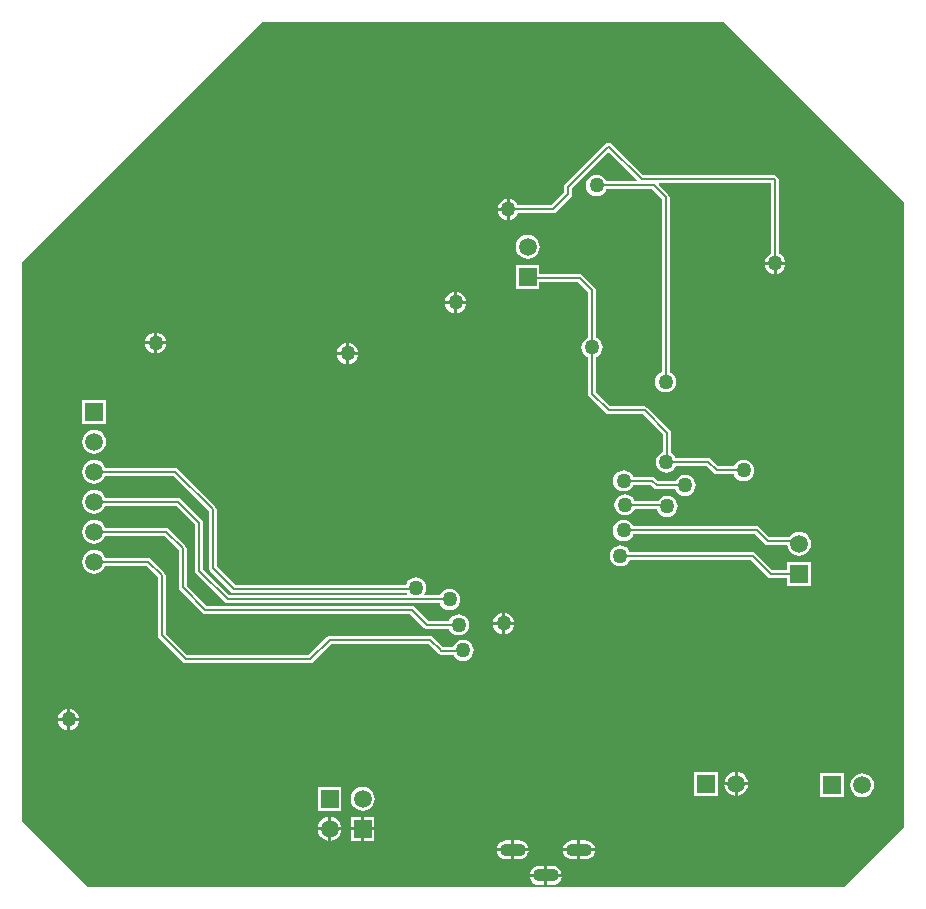
<source format=gbl>
G04*
G04 #@! TF.GenerationSoftware,Altium Limited,Altium Designer,20.1.14 (287)*
G04*
G04 Layer_Physical_Order=2*
G04 Layer_Color=16711680*
%FSLAX44Y44*%
%MOMM*%
G71*
G04*
G04 #@! TF.SameCoordinates,0151AA7F-9923-44C8-ACC0-2CDA610C712D*
G04*
G04*
G04 #@! TF.FilePolarity,Positive*
G04*
G01*
G75*
%ADD15C,0.1500*%
%ADD43R,1.5000X1.5000*%
%ADD44C,1.5000*%
%ADD45R,1.5000X1.5000*%
%ADD46O,2.2000X1.1000*%
%ADD47C,1.2700*%
G36*
X1090930Y857250D02*
X1090930Y327660D01*
X1040130Y276860D01*
X400050Y276860D01*
X344170Y332740D01*
X344170Y806450D01*
X547370Y1009650D01*
X938530Y1009650D01*
X1090930Y857250D01*
D02*
G37*
%LPC*%
G36*
X841361Y906973D02*
X840119D01*
X838835Y906718D01*
X837747Y905991D01*
X804078Y872322D01*
X803351Y871234D01*
X803095Y869950D01*
Y864989D01*
X792361Y854255D01*
X763883D01*
X763415Y855383D01*
X761990Y857240D01*
X760133Y858665D01*
X757971Y859561D01*
X756920Y859699D01*
Y850900D01*
Y842101D01*
X757971Y842239D01*
X760133Y843135D01*
X761990Y844560D01*
X763415Y846417D01*
X763883Y847545D01*
X793750D01*
X795034Y847801D01*
X796122Y848528D01*
X808822Y861228D01*
X809549Y862316D01*
X809805Y863600D01*
Y868560D01*
X840740Y899496D01*
X864488Y875748D01*
X864002Y874575D01*
X838813D01*
X838345Y875703D01*
X836920Y877560D01*
X835063Y878985D01*
X832901Y879881D01*
X830580Y880187D01*
X828259Y879881D01*
X826097Y878985D01*
X824240Y877560D01*
X822815Y875703D01*
X821919Y873541D01*
X821613Y871220D01*
X821919Y868899D01*
X822815Y866737D01*
X824240Y864880D01*
X826097Y863455D01*
X828259Y862559D01*
X830580Y862253D01*
X832901Y862559D01*
X835063Y863455D01*
X836920Y864880D01*
X838345Y866737D01*
X838813Y867866D01*
X877450D01*
X885646Y859670D01*
Y713083D01*
X884517Y712615D01*
X882660Y711190D01*
X881235Y709333D01*
X880339Y707171D01*
X880033Y704850D01*
X880339Y702529D01*
X881235Y700367D01*
X882660Y698510D01*
X884517Y697085D01*
X886679Y696189D01*
X889000Y695883D01*
X891321Y696189D01*
X893483Y697085D01*
X895340Y698510D01*
X896765Y700367D01*
X897661Y702529D01*
X897967Y704850D01*
X897661Y707171D01*
X896765Y709333D01*
X895340Y711190D01*
X893483Y712615D01*
X892355Y713083D01*
Y861060D01*
X892099Y862344D01*
X891372Y863432D01*
X883032Y871772D01*
X883518Y872945D01*
X978355D01*
Y813413D01*
X977227Y812945D01*
X975370Y811520D01*
X973945Y809663D01*
X973049Y807501D01*
X972911Y806450D01*
X990509D01*
X990371Y807501D01*
X989475Y809663D01*
X988050Y811520D01*
X986193Y812945D01*
X985064Y813413D01*
Y875421D01*
X984809Y876705D01*
X984082Y877793D01*
X983203Y878672D01*
X982115Y879399D01*
X980831Y879654D01*
X870070D01*
X843733Y905991D01*
X842645Y906718D01*
X841361Y906973D01*
D02*
G37*
G36*
X754380Y859699D02*
X753329Y859561D01*
X751167Y858665D01*
X749310Y857240D01*
X747885Y855383D01*
X746989Y853221D01*
X746851Y852170D01*
X754380D01*
Y859699D01*
D02*
G37*
G36*
Y849630D02*
X746851D01*
X746989Y848579D01*
X747885Y846417D01*
X749310Y844560D01*
X751167Y843135D01*
X753329Y842239D01*
X754380Y842101D01*
Y849630D01*
D02*
G37*
G36*
X772160Y829277D02*
X769539Y828932D01*
X767097Y827920D01*
X764999Y826311D01*
X763390Y824213D01*
X762378Y821771D01*
X762033Y819150D01*
X762378Y816529D01*
X763390Y814087D01*
X764999Y811989D01*
X767097Y810380D01*
X769539Y809368D01*
X772160Y809023D01*
X774781Y809368D01*
X777223Y810380D01*
X779321Y811989D01*
X780930Y814087D01*
X781942Y816529D01*
X782287Y819150D01*
X781942Y821771D01*
X780930Y824213D01*
X779321Y826311D01*
X777223Y827920D01*
X774781Y828932D01*
X772160Y829277D01*
D02*
G37*
G36*
X990509Y803910D02*
X982980D01*
Y796380D01*
X984031Y796519D01*
X986193Y797415D01*
X988050Y798840D01*
X989475Y800697D01*
X990371Y802859D01*
X990509Y803910D01*
D02*
G37*
G36*
X980440D02*
X972911D01*
X973049Y802859D01*
X973945Y800697D01*
X975370Y798840D01*
X977227Y797415D01*
X979389Y796519D01*
X980440Y796380D01*
Y803910D01*
D02*
G37*
G36*
X712470Y780959D02*
Y773430D01*
X719999D01*
X719861Y774481D01*
X718965Y776643D01*
X717540Y778500D01*
X715683Y779925D01*
X713521Y780821D01*
X712470Y780959D01*
D02*
G37*
G36*
X709930D02*
X708879Y780821D01*
X706717Y779925D01*
X704860Y778500D01*
X703435Y776643D01*
X702539Y774481D01*
X702401Y773430D01*
X709930D01*
Y780959D01*
D02*
G37*
G36*
X719999Y770890D02*
X712470D01*
Y763361D01*
X713521Y763499D01*
X715683Y764395D01*
X717540Y765820D01*
X718965Y767677D01*
X719861Y769839D01*
X719999Y770890D01*
D02*
G37*
G36*
X709930D02*
X702401D01*
X702539Y769839D01*
X703435Y767677D01*
X704860Y765820D01*
X706717Y764395D01*
X708879Y763499D01*
X709930Y763361D01*
Y770890D01*
D02*
G37*
G36*
X458470Y746669D02*
Y739140D01*
X465999D01*
X465861Y740191D01*
X464965Y742353D01*
X463540Y744210D01*
X461683Y745635D01*
X459521Y746531D01*
X458470Y746669D01*
D02*
G37*
G36*
X455930D02*
X454879Y746531D01*
X452717Y745635D01*
X450860Y744210D01*
X449435Y742353D01*
X448539Y740191D01*
X448400Y739140D01*
X455930D01*
Y746669D01*
D02*
G37*
G36*
X621030Y737779D02*
Y730250D01*
X628559D01*
X628421Y731301D01*
X627525Y733463D01*
X626100Y735320D01*
X624243Y736745D01*
X622081Y737641D01*
X621030Y737779D01*
D02*
G37*
G36*
X618490D02*
X617439Y737641D01*
X615277Y736745D01*
X613420Y735320D01*
X611995Y733463D01*
X611099Y731301D01*
X610961Y730250D01*
X618490D01*
Y737779D01*
D02*
G37*
G36*
X465999Y736600D02*
X458470D01*
Y729071D01*
X459521Y729209D01*
X461683Y730105D01*
X463540Y731530D01*
X464965Y733387D01*
X465861Y735549D01*
X465999Y736600D01*
D02*
G37*
G36*
X455930D02*
X448400D01*
X448539Y735549D01*
X449435Y733387D01*
X450860Y731530D01*
X452717Y730105D01*
X454879Y729209D01*
X455930Y729071D01*
Y736600D01*
D02*
G37*
G36*
X628559Y727710D02*
X621030D01*
Y720181D01*
X622081Y720319D01*
X624243Y721215D01*
X626100Y722640D01*
X627525Y724497D01*
X628421Y726659D01*
X628559Y727710D01*
D02*
G37*
G36*
X618490D02*
X610961D01*
X611099Y726659D01*
X611995Y724497D01*
X613420Y722640D01*
X615277Y721215D01*
X617439Y720319D01*
X618490Y720181D01*
Y727710D01*
D02*
G37*
G36*
X415170Y689490D02*
X395090D01*
Y669410D01*
X415170D01*
Y689490D01*
D02*
G37*
G36*
X405130Y664177D02*
X402509Y663832D01*
X400067Y662820D01*
X397969Y661211D01*
X396360Y659113D01*
X395348Y656671D01*
X395003Y654050D01*
X395348Y651429D01*
X396360Y648987D01*
X397969Y646889D01*
X400067Y645280D01*
X402509Y644268D01*
X405130Y643923D01*
X407751Y644268D01*
X410193Y645280D01*
X412291Y646889D01*
X413900Y648987D01*
X414912Y651429D01*
X415257Y654050D01*
X414912Y656671D01*
X413900Y659113D01*
X412291Y661211D01*
X410193Y662820D01*
X407751Y663832D01*
X405130Y664177D01*
D02*
G37*
G36*
X782200Y803790D02*
X762120D01*
Y783710D01*
X782200D01*
Y789126D01*
X815220D01*
X823416Y780930D01*
Y742293D01*
X822287Y741825D01*
X820430Y740400D01*
X819005Y738543D01*
X818109Y736381D01*
X817803Y734060D01*
X818109Y731739D01*
X819005Y729577D01*
X820430Y727720D01*
X822287Y726295D01*
X823416Y725827D01*
Y694690D01*
X823671Y693406D01*
X824398Y692318D01*
X838368Y678348D01*
X839456Y677621D01*
X840740Y677365D01*
X869830D01*
X886916Y660281D01*
Y645401D01*
X885152Y644670D01*
X883295Y643245D01*
X881870Y641388D01*
X880974Y639226D01*
X880668Y636905D01*
X880974Y634584D01*
X881870Y632422D01*
X883295Y630565D01*
X885152Y629140D01*
X887314Y628244D01*
X889635Y627938D01*
X891956Y628244D01*
X894118Y629140D01*
X895975Y630565D01*
X897400Y632422D01*
X897868Y633550D01*
X923805D01*
X929808Y627548D01*
X930896Y626821D01*
X932180Y626566D01*
X946807D01*
X947275Y625437D01*
X948700Y623580D01*
X950557Y622155D01*
X952719Y621259D01*
X955040Y620953D01*
X957361Y621259D01*
X959523Y622155D01*
X961380Y623580D01*
X962805Y625437D01*
X963701Y627599D01*
X964007Y629920D01*
X963701Y632241D01*
X962805Y634403D01*
X961380Y636260D01*
X959523Y637685D01*
X957361Y638581D01*
X955040Y638887D01*
X952719Y638581D01*
X950557Y637685D01*
X948700Y636260D01*
X947275Y634403D01*
X946807Y633274D01*
X933569D01*
X927567Y639277D01*
X926479Y640004D01*
X925195Y640259D01*
X897868D01*
X897400Y641388D01*
X895975Y643245D01*
X894118Y644670D01*
X893624Y644875D01*
Y661670D01*
X893369Y662954D01*
X892642Y664042D01*
X873592Y683092D01*
X872504Y683819D01*
X871220Y684074D01*
X842130D01*
X830125Y696079D01*
Y725827D01*
X831253Y726295D01*
X833110Y727720D01*
X834535Y729577D01*
X835431Y731739D01*
X835737Y734060D01*
X835431Y736381D01*
X834535Y738543D01*
X833110Y740400D01*
X831253Y741825D01*
X830125Y742293D01*
Y782320D01*
X829869Y783604D01*
X829142Y784692D01*
X818982Y794852D01*
X817894Y795579D01*
X816610Y795835D01*
X782200D01*
Y803790D01*
D02*
G37*
G36*
X853440Y629997D02*
X851119Y629691D01*
X848957Y628795D01*
X847100Y627370D01*
X845675Y625513D01*
X844779Y623351D01*
X844473Y621030D01*
X844779Y618709D01*
X845675Y616547D01*
X847100Y614690D01*
X848957Y613265D01*
X851119Y612369D01*
X853440Y612063D01*
X855761Y612369D01*
X857923Y613265D01*
X859780Y614690D01*
X861205Y616547D01*
X861673Y617676D01*
X876180D01*
X879008Y614848D01*
X880096Y614121D01*
X881380Y613866D01*
X897277D01*
X897745Y612737D01*
X899170Y610880D01*
X901027Y609455D01*
X903189Y608559D01*
X905510Y608253D01*
X907831Y608559D01*
X909993Y609455D01*
X911850Y610880D01*
X913275Y612737D01*
X914171Y614899D01*
X914477Y617220D01*
X914171Y619541D01*
X913275Y621703D01*
X911850Y623560D01*
X909993Y624985D01*
X907831Y625881D01*
X905510Y626187D01*
X903189Y625881D01*
X901027Y624985D01*
X899170Y623560D01*
X897745Y621703D01*
X897277Y620574D01*
X882769D01*
X879942Y623402D01*
X878854Y624129D01*
X877570Y624384D01*
X861673D01*
X861205Y625513D01*
X859780Y627370D01*
X857923Y628795D01*
X855761Y629691D01*
X853440Y629997D01*
D02*
G37*
G36*
X854710Y609677D02*
X852389Y609371D01*
X850227Y608475D01*
X848370Y607050D01*
X846945Y605193D01*
X846049Y603031D01*
X845743Y600710D01*
X846049Y598389D01*
X846945Y596227D01*
X848370Y594370D01*
X850227Y592945D01*
X852389Y592049D01*
X854710Y591743D01*
X857031Y592049D01*
X859193Y592945D01*
X861050Y594370D01*
X862475Y596227D01*
X862943Y597355D01*
X881578D01*
X881609Y597119D01*
X882505Y594957D01*
X883930Y593100D01*
X885787Y591675D01*
X887949Y590779D01*
X890270Y590473D01*
X892591Y590779D01*
X894753Y591675D01*
X896610Y593100D01*
X898035Y594957D01*
X898931Y597119D01*
X899237Y599440D01*
X898931Y601761D01*
X898035Y603923D01*
X896610Y605780D01*
X894753Y607205D01*
X892591Y608101D01*
X890270Y608407D01*
X887949Y608101D01*
X885787Y607205D01*
X883930Y605780D01*
X882613Y604064D01*
X862943D01*
X862475Y605193D01*
X861050Y607050D01*
X859193Y608475D01*
X857031Y609371D01*
X854710Y609677D01*
D02*
G37*
G36*
X853440Y588087D02*
X851119Y587781D01*
X848957Y586885D01*
X847100Y585460D01*
X845675Y583603D01*
X844779Y581441D01*
X844473Y579120D01*
X844779Y576799D01*
X845675Y574637D01*
X847100Y572780D01*
X848957Y571355D01*
X851119Y570459D01*
X853440Y570153D01*
X855761Y570459D01*
X857923Y571355D01*
X859780Y572780D01*
X861205Y574637D01*
X861673Y575765D01*
X965080D01*
X972988Y567858D01*
X974076Y567131D01*
X975360Y566875D01*
X992011D01*
X992248Y565069D01*
X993260Y562627D01*
X994869Y560529D01*
X996967Y558920D01*
X999409Y557908D01*
X1002030Y557563D01*
X1004651Y557908D01*
X1007093Y558920D01*
X1009191Y560529D01*
X1010800Y562627D01*
X1011812Y565069D01*
X1012157Y567690D01*
X1011812Y570311D01*
X1010800Y572753D01*
X1009191Y574851D01*
X1007093Y576460D01*
X1004651Y577472D01*
X1002030Y577817D01*
X999409Y577472D01*
X996967Y576460D01*
X994869Y574851D01*
X993898Y573585D01*
X976749D01*
X968842Y581492D01*
X967754Y582219D01*
X966470Y582475D01*
X861673D01*
X861205Y583603D01*
X859780Y585460D01*
X857923Y586885D01*
X855761Y587781D01*
X853440Y588087D01*
D02*
G37*
G36*
X850704Y566497D02*
X848384Y566191D01*
X846221Y565295D01*
X844364Y563870D01*
X842939Y562013D01*
X842043Y559851D01*
X841738Y557530D01*
X842043Y555209D01*
X842939Y553047D01*
X844364Y551190D01*
X846221Y549765D01*
X848384Y548869D01*
X850704Y548563D01*
X853025Y548869D01*
X855188Y549765D01*
X857045Y551190D01*
X858470Y553047D01*
X858937Y554175D01*
X961271D01*
X975528Y539918D01*
X976616Y539191D01*
X977900Y538936D01*
X991990D01*
Y532250D01*
X1012070D01*
Y552330D01*
X991990D01*
Y545644D01*
X979289D01*
X965032Y559902D01*
X963944Y560629D01*
X962660Y560885D01*
X858937D01*
X858470Y562013D01*
X857045Y563870D01*
X855188Y565295D01*
X853025Y566191D01*
X850704Y566497D01*
D02*
G37*
G36*
X405130Y638777D02*
X402509Y638432D01*
X400067Y637420D01*
X397969Y635811D01*
X396360Y633713D01*
X395348Y631271D01*
X395003Y628650D01*
X395348Y626029D01*
X396360Y623587D01*
X397969Y621489D01*
X400067Y619880D01*
X402509Y618868D01*
X405130Y618523D01*
X407751Y618868D01*
X410193Y619880D01*
X412291Y621489D01*
X413900Y623587D01*
X414608Y625295D01*
X472321D01*
X502105Y595510D01*
Y547370D01*
X502361Y546086D01*
X503088Y544998D01*
X520868Y527218D01*
X521956Y526491D01*
X523240Y526236D01*
X669623D01*
X669780Y525857D01*
X670288Y525193D01*
X669727Y524054D01*
X519549D01*
X497384Y546219D01*
Y585470D01*
X497129Y586754D01*
X496402Y587842D01*
X478622Y605622D01*
X477534Y606349D01*
X476250Y606604D01*
X414608D01*
X413900Y608313D01*
X412291Y610411D01*
X410193Y612020D01*
X407751Y613032D01*
X405130Y613377D01*
X402509Y613032D01*
X400067Y612020D01*
X397969Y610411D01*
X396360Y608313D01*
X395348Y605871D01*
X395003Y603250D01*
X395348Y600629D01*
X396360Y598187D01*
X397969Y596089D01*
X400067Y594480D01*
X402509Y593468D01*
X405130Y593123D01*
X407751Y593468D01*
X410193Y594480D01*
X412291Y596089D01*
X413900Y598187D01*
X414608Y599896D01*
X474860D01*
X490676Y584081D01*
Y544830D01*
X490931Y543546D01*
X491658Y542458D01*
X515788Y518328D01*
X516876Y517601D01*
X518160Y517346D01*
X697887D01*
X698355Y516217D01*
X699780Y514360D01*
X701637Y512935D01*
X703799Y512039D01*
X706120Y511733D01*
X708441Y512039D01*
X710603Y512935D01*
X712460Y514360D01*
X713885Y516217D01*
X714781Y518379D01*
X715087Y520700D01*
X714781Y523021D01*
X713885Y525183D01*
X712460Y527040D01*
X710603Y528465D01*
X708441Y529361D01*
X706120Y529667D01*
X703799Y529361D01*
X701637Y528465D01*
X699780Y527040D01*
X698355Y525183D01*
X697887Y524054D01*
X685363D01*
X684801Y525193D01*
X685310Y525857D01*
X686206Y528019D01*
X686512Y530340D01*
X686206Y532661D01*
X685310Y534823D01*
X683885Y536680D01*
X682028Y538105D01*
X679866Y539001D01*
X677545Y539307D01*
X675224Y539001D01*
X673062Y538105D01*
X671205Y536680D01*
X669780Y534823D01*
X669001Y532944D01*
X524630D01*
X508815Y548759D01*
Y596900D01*
X508559Y598184D01*
X507832Y599272D01*
X476082Y631022D01*
X474994Y631749D01*
X473710Y632005D01*
X414608D01*
X413900Y633713D01*
X412291Y635811D01*
X410193Y637420D01*
X407751Y638432D01*
X405130Y638777D01*
D02*
G37*
G36*
X753110Y509179D02*
Y501650D01*
X760639D01*
X760501Y502701D01*
X759605Y504863D01*
X758180Y506720D01*
X756323Y508145D01*
X754161Y509041D01*
X753110Y509179D01*
D02*
G37*
G36*
X750570D02*
X749519Y509041D01*
X747357Y508145D01*
X745500Y506720D01*
X744075Y504863D01*
X743179Y502701D01*
X743040Y501650D01*
X750570D01*
Y509179D01*
D02*
G37*
G36*
X760639Y499110D02*
X753110D01*
Y491581D01*
X754161Y491719D01*
X756323Y492615D01*
X758180Y494040D01*
X759605Y495897D01*
X760501Y498059D01*
X760639Y499110D01*
D02*
G37*
G36*
X750570D02*
X743040D01*
X743179Y498059D01*
X744075Y495897D01*
X745500Y494040D01*
X747357Y492615D01*
X749519Y491719D01*
X750570Y491581D01*
Y499110D01*
D02*
G37*
G36*
X405130Y587977D02*
X402509Y587632D01*
X400067Y586620D01*
X397969Y585011D01*
X396360Y582913D01*
X395348Y580471D01*
X395003Y577850D01*
X395348Y575229D01*
X396360Y572787D01*
X397969Y570689D01*
X400067Y569080D01*
X402509Y568068D01*
X405130Y567723D01*
X407751Y568068D01*
X410193Y569080D01*
X412291Y570689D01*
X413900Y572787D01*
X414608Y574496D01*
X464701D01*
X476706Y562491D01*
Y530860D01*
X476961Y529576D01*
X477688Y528488D01*
X496738Y509438D01*
X497826Y508711D01*
X499110Y508456D01*
X672980D01*
X684698Y496738D01*
X685786Y496011D01*
X687070Y495756D01*
X705507D01*
X705975Y494627D01*
X707400Y492770D01*
X709257Y491345D01*
X711419Y490449D01*
X713740Y490143D01*
X716061Y490449D01*
X718223Y491345D01*
X720080Y492770D01*
X721505Y494627D01*
X722401Y496789D01*
X722707Y499110D01*
X722401Y501431D01*
X721505Y503593D01*
X720080Y505450D01*
X718223Y506875D01*
X716061Y507771D01*
X713740Y508077D01*
X711419Y507771D01*
X709257Y506875D01*
X707400Y505450D01*
X705975Y503593D01*
X705507Y502464D01*
X688459D01*
X676742Y514182D01*
X675654Y514909D01*
X674370Y515164D01*
X500499D01*
X483414Y532249D01*
Y563880D01*
X483159Y565164D01*
X482432Y566252D01*
X468462Y580222D01*
X467374Y580949D01*
X466090Y581204D01*
X414608D01*
X413900Y582913D01*
X412291Y585011D01*
X410193Y586620D01*
X407751Y587632D01*
X405130Y587977D01*
D02*
G37*
G36*
Y562577D02*
X402509Y562232D01*
X400067Y561220D01*
X397969Y559611D01*
X396360Y557513D01*
X395348Y555071D01*
X395003Y552450D01*
X395348Y549829D01*
X396360Y547387D01*
X397969Y545289D01*
X400067Y543680D01*
X402509Y542668D01*
X405130Y542323D01*
X407751Y542668D01*
X410193Y543680D01*
X412291Y545289D01*
X413900Y547387D01*
X414608Y549095D01*
X449460D01*
X458926Y539631D01*
Y490220D01*
X459181Y488936D01*
X459908Y487848D01*
X480228Y467528D01*
X481316Y466801D01*
X482600Y466545D01*
X588010D01*
X589294Y466801D01*
X590382Y467528D01*
X605910Y483055D01*
X688221D01*
X695393Y475883D01*
X695401Y475845D01*
X696128Y474757D01*
X697216Y474030D01*
X698500Y473774D01*
X709479D01*
X709785Y473037D01*
X711210Y471180D01*
X713067Y469755D01*
X715229Y468859D01*
X717550Y468553D01*
X719871Y468859D01*
X722033Y469755D01*
X723890Y471180D01*
X725315Y473037D01*
X726211Y475199D01*
X726517Y477520D01*
X726211Y479841D01*
X725315Y482003D01*
X723890Y483860D01*
X722033Y485285D01*
X719871Y486181D01*
X717550Y486487D01*
X715229Y486181D01*
X713067Y485285D01*
X711210Y483860D01*
X709785Y482003D01*
X709155Y480483D01*
X700281D01*
X691982Y488782D01*
X690894Y489509D01*
X689610Y489765D01*
X604520D01*
X603236Y489509D01*
X602148Y488782D01*
X586620Y473255D01*
X483989D01*
X465634Y491609D01*
Y541020D01*
X465379Y542304D01*
X464652Y543392D01*
X453222Y554822D01*
X452134Y555549D01*
X450850Y555804D01*
X414608D01*
X413900Y557513D01*
X412291Y559611D01*
X410193Y561220D01*
X407751Y562232D01*
X405130Y562577D01*
D02*
G37*
G36*
X384810Y427900D02*
Y420370D01*
X392340D01*
X392201Y421421D01*
X391305Y423583D01*
X389880Y425440D01*
X388023Y426865D01*
X385861Y427761D01*
X384810Y427900D01*
D02*
G37*
G36*
X382270D02*
X381219Y427761D01*
X379057Y426865D01*
X377200Y425440D01*
X375775Y423583D01*
X374879Y421421D01*
X374740Y420370D01*
X382270D01*
Y427900D01*
D02*
G37*
G36*
X392340Y417830D02*
X384810D01*
Y410300D01*
X385861Y410439D01*
X388023Y411335D01*
X389880Y412760D01*
X391305Y414617D01*
X392201Y416779D01*
X392340Y417830D01*
D02*
G37*
G36*
X382270D02*
X374740D01*
X374879Y416779D01*
X375775Y414617D01*
X377200Y412760D01*
X379057Y411335D01*
X381219Y410439D01*
X382270Y410300D01*
Y417830D01*
D02*
G37*
G36*
X949960Y374449D02*
Y365760D01*
X958649D01*
X958472Y367111D01*
X957460Y369553D01*
X955851Y371651D01*
X953753Y373260D01*
X951311Y374272D01*
X949960Y374449D01*
D02*
G37*
G36*
X947420D02*
X946069Y374272D01*
X943627Y373260D01*
X941529Y371651D01*
X939920Y369553D01*
X938908Y367111D01*
X938731Y365760D01*
X947420D01*
Y374449D01*
D02*
G37*
G36*
X958649Y363220D02*
X949960D01*
Y354531D01*
X951311Y354708D01*
X953753Y355720D01*
X955851Y357329D01*
X957460Y359427D01*
X958472Y361869D01*
X958649Y363220D01*
D02*
G37*
G36*
X947420D02*
X938731D01*
X938908Y361869D01*
X939920Y359427D01*
X941529Y357329D01*
X943627Y355720D01*
X946069Y354708D01*
X947420Y354531D01*
Y363220D01*
D02*
G37*
G36*
X933330Y374530D02*
X913250D01*
Y354450D01*
X933330D01*
Y374530D01*
D02*
G37*
G36*
X1040010Y373260D02*
X1019930D01*
Y353180D01*
X1040010D01*
Y373260D01*
D02*
G37*
G36*
X1055370Y373347D02*
X1052749Y373002D01*
X1050307Y371990D01*
X1048209Y370381D01*
X1046600Y368283D01*
X1045588Y365841D01*
X1045243Y363220D01*
X1045588Y360599D01*
X1046600Y358157D01*
X1048209Y356059D01*
X1050307Y354450D01*
X1052749Y353438D01*
X1055370Y353093D01*
X1057991Y353438D01*
X1060433Y354450D01*
X1062531Y356059D01*
X1064140Y358157D01*
X1065152Y360599D01*
X1065497Y363220D01*
X1065152Y365841D01*
X1064140Y368283D01*
X1062531Y370381D01*
X1060433Y371990D01*
X1057991Y373002D01*
X1055370Y373347D01*
D02*
G37*
G36*
X614560Y361830D02*
X594480D01*
Y341750D01*
X614560D01*
Y361830D01*
D02*
G37*
G36*
X632460Y361917D02*
X629839Y361572D01*
X627397Y360560D01*
X625299Y358951D01*
X623690Y356853D01*
X622678Y354411D01*
X622333Y351790D01*
X622678Y349169D01*
X623690Y346727D01*
X625299Y344629D01*
X627397Y343020D01*
X629839Y342008D01*
X632460Y341663D01*
X635081Y342008D01*
X637523Y343020D01*
X639621Y344629D01*
X641230Y346727D01*
X642242Y349169D01*
X642587Y351790D01*
X642242Y354411D01*
X641230Y356853D01*
X639621Y358951D01*
X637523Y360560D01*
X635081Y361572D01*
X632460Y361917D01*
D02*
G37*
G36*
X642500Y336430D02*
X633730D01*
Y327660D01*
X642500D01*
Y336430D01*
D02*
G37*
G36*
X605790Y336349D02*
Y327660D01*
X614479D01*
X614302Y329011D01*
X613290Y331453D01*
X611681Y333551D01*
X609583Y335160D01*
X607141Y336172D01*
X605790Y336349D01*
D02*
G37*
G36*
X603250D02*
X601899Y336172D01*
X599457Y335160D01*
X597359Y333551D01*
X595750Y331453D01*
X594738Y329011D01*
X594561Y327660D01*
X603250D01*
Y336349D01*
D02*
G37*
G36*
X631190Y336430D02*
X622420D01*
Y327660D01*
X631190D01*
Y336430D01*
D02*
G37*
G36*
X614479Y325120D02*
X605790D01*
Y316431D01*
X607141Y316608D01*
X609583Y317620D01*
X611681Y319229D01*
X613290Y321327D01*
X614302Y323769D01*
X614479Y325120D01*
D02*
G37*
G36*
X603250D02*
X594561D01*
X594738Y323769D01*
X595750Y321327D01*
X597359Y319229D01*
X599457Y317620D01*
X601899Y316608D01*
X603250Y316431D01*
Y325120D01*
D02*
G37*
G36*
X642500D02*
X633730D01*
Y316350D01*
X642500D01*
Y325120D01*
D02*
G37*
G36*
X631190D02*
X622420D01*
Y316350D01*
X631190D01*
Y325120D01*
D02*
G37*
G36*
X821050Y316679D02*
X816820D01*
Y309840D01*
X828992D01*
X828883Y310669D01*
X828073Y312625D01*
X826784Y314304D01*
X825105Y315593D01*
X823149Y316403D01*
X821050Y316679D01*
D02*
G37*
G36*
X814280D02*
X810050D01*
X807951Y316403D01*
X805995Y315593D01*
X804316Y314304D01*
X803027Y312625D01*
X802217Y310669D01*
X802108Y309840D01*
X814280D01*
Y316679D01*
D02*
G37*
G36*
X765050D02*
X760820D01*
Y309840D01*
X772992D01*
X772883Y310669D01*
X772073Y312625D01*
X770784Y314304D01*
X769105Y315593D01*
X767149Y316403D01*
X765050Y316679D01*
D02*
G37*
G36*
X758280D02*
X754050D01*
X751951Y316403D01*
X749995Y315593D01*
X748316Y314304D01*
X747027Y312625D01*
X746217Y310669D01*
X746108Y309840D01*
X758280D01*
Y316679D01*
D02*
G37*
G36*
X828992Y307300D02*
X816820D01*
Y300461D01*
X821050D01*
X823149Y300737D01*
X825105Y301547D01*
X826784Y302836D01*
X828073Y304515D01*
X828883Y306471D01*
X828992Y307300D01*
D02*
G37*
G36*
X814280D02*
X802108D01*
X802217Y306471D01*
X803027Y304515D01*
X804316Y302836D01*
X805995Y301547D01*
X807951Y300737D01*
X810050Y300461D01*
X814280D01*
Y307300D01*
D02*
G37*
G36*
X772992D02*
X760820D01*
Y300461D01*
X765050D01*
X767149Y300737D01*
X769105Y301547D01*
X770784Y302836D01*
X772073Y304515D01*
X772883Y306471D01*
X772992Y307300D01*
D02*
G37*
G36*
X758280D02*
X746108D01*
X746217Y306471D01*
X747027Y304515D01*
X748316Y302836D01*
X749995Y301547D01*
X751951Y300737D01*
X754050Y300461D01*
X758280D01*
Y307300D01*
D02*
G37*
G36*
X793050Y295179D02*
X788820D01*
Y288340D01*
X800992D01*
X800883Y289169D01*
X800073Y291125D01*
X798784Y292804D01*
X797105Y294093D01*
X795149Y294903D01*
X793050Y295179D01*
D02*
G37*
G36*
X786280D02*
X782050D01*
X779951Y294903D01*
X777995Y294093D01*
X776316Y292804D01*
X775027Y291125D01*
X774217Y289169D01*
X774108Y288340D01*
X786280D01*
Y295179D01*
D02*
G37*
G36*
X800992Y285800D02*
X788820D01*
Y278961D01*
X793050D01*
X795149Y279237D01*
X797105Y280047D01*
X798784Y281336D01*
X800073Y283015D01*
X800883Y284971D01*
X800992Y285800D01*
D02*
G37*
G36*
X786280D02*
X774108D01*
X774217Y284971D01*
X775027Y283015D01*
X776316Y281336D01*
X777995Y280047D01*
X779951Y279237D01*
X782050Y278961D01*
X786280D01*
Y285800D01*
D02*
G37*
%LPD*%
D15*
X755650Y850900D02*
X793750D01*
X806450Y863600D01*
Y869950D01*
X841361Y903619D02*
X868680Y876300D01*
X840119Y903619D02*
X841361D01*
X806450Y869950D02*
X840119Y903619D01*
X981710Y805180D02*
Y875421D01*
X980831Y876300D02*
X981710Y875421D01*
X868680Y876300D02*
X980831D01*
X977900Y542290D02*
X1002030D01*
X850704Y557530D02*
X962660D01*
X977900Y542290D01*
X999490Y570230D02*
X1002030Y567690D01*
X975360Y570230D02*
X999490D01*
X853440Y579120D02*
X966470D01*
X975360Y570230D01*
X698500Y477129D02*
Y477520D01*
X717159Y477129D02*
X717550Y477520D01*
X698500Y477129D02*
X717159D01*
X689610Y486410D02*
X698500Y477520D01*
X588010Y469900D02*
X604520Y486410D01*
X689610D01*
X482600Y469900D02*
X588010D01*
X462280Y490220D02*
Y541020D01*
Y490220D02*
X482600Y469900D01*
X405130Y552450D02*
X450850D01*
X462280Y541020D01*
X687070Y499110D02*
X713740D01*
X674370Y511810D02*
X687070Y499110D01*
X499110Y511810D02*
X674370D01*
X480060Y530860D02*
X499110Y511810D01*
X480060Y530860D02*
Y563880D01*
X405130Y577850D02*
X466090D01*
X480060Y563880D01*
X523240Y529590D02*
X676795D01*
X518160Y520700D02*
X706120D01*
X494030Y544830D02*
X518160Y520700D01*
X676795Y529590D02*
X677545Y530340D01*
X494030Y544830D02*
Y585470D01*
X405130Y603250D02*
X476250D01*
X494030Y585470D01*
X505460Y547370D02*
X523240Y529590D01*
X505460Y547370D02*
Y596900D01*
X405130Y628650D02*
X473710D01*
X505460Y596900D01*
X932180Y629920D02*
X955040D01*
X889635Y636905D02*
X925195D01*
X932180Y629920D01*
X881380Y617220D02*
X905510D01*
X853440Y621030D02*
X877570D01*
X881380Y617220D01*
X854710Y600710D02*
X889000D01*
X890270Y599440D01*
Y637540D02*
Y661670D01*
X889635Y636905D02*
X890270Y637540D01*
X772160Y793750D02*
X773430Y792480D01*
X816610D01*
X826770Y782320D01*
Y734060D02*
Y782320D01*
X840740Y680720D02*
X871220D01*
X890270Y661670D01*
X826770Y694690D02*
Y734060D01*
Y694690D02*
X840740Y680720D01*
X889000Y704850D02*
Y861060D01*
X830580Y871220D02*
X878840D01*
X889000Y861060D01*
D43*
X405130Y679450D02*
D03*
X772160Y793750D02*
D03*
X632460Y326390D02*
D03*
X604520Y351790D02*
D03*
X1002030Y542290D02*
D03*
D44*
X405130Y654050D02*
D03*
Y628650D02*
D03*
Y603250D02*
D03*
Y577850D02*
D03*
Y552450D02*
D03*
X772160Y819150D02*
D03*
X632460Y351790D02*
D03*
X1055370Y363220D02*
D03*
X948690Y364490D02*
D03*
X604520Y326390D02*
D03*
X1002030Y567690D02*
D03*
D45*
X1029970Y363220D02*
D03*
X923290Y364490D02*
D03*
D46*
X787550Y287070D02*
D03*
X759550Y308570D02*
D03*
X815550D02*
D03*
D47*
X981710Y805180D02*
D03*
X755650Y850900D02*
D03*
X619760Y728980D02*
D03*
X711200Y772160D02*
D03*
X457200Y737870D02*
D03*
X383540Y419100D02*
D03*
X751840Y500380D02*
D03*
X850704Y557530D02*
D03*
X853440Y579120D02*
D03*
X717550Y477520D02*
D03*
X713740Y499110D02*
D03*
X677545Y530340D02*
D03*
X706120Y520700D02*
D03*
X955040Y629920D02*
D03*
X853440Y621030D02*
D03*
X905510Y617220D02*
D03*
X854710Y600710D02*
D03*
X889635Y636905D02*
D03*
X890270Y599440D02*
D03*
X826770Y734060D02*
D03*
X889000Y704850D02*
D03*
X830580Y871220D02*
D03*
M02*

</source>
